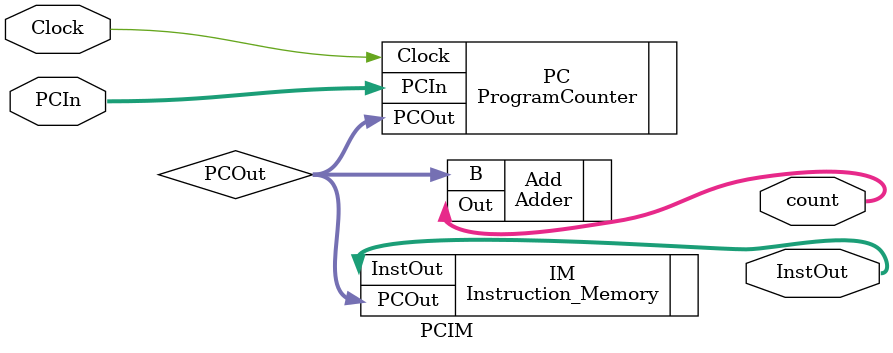
<source format=v>
`timescale 1ns / 1ps

module PCIM(Clock, count, PCIn,InstOut );
	input   Clock;
	input  [63:0] PCIn; //Input for PC
	
	output [31:0] InstOut; //Output from IM
	output [31:0] count;
	
	wire   [63:0] PCOut;  // From PC to Adder and IM
	
	 Instruction_Memory IM (.PCOut(PCOut),.InstOut(InstOut));
	 
	 ProgramCounter PC(.PCIn(PCIn),.Clock(Clock),.PCOut(PCOut));
	 Adder Add(.B(PCOut), .Out(count));

endmodule

</source>
